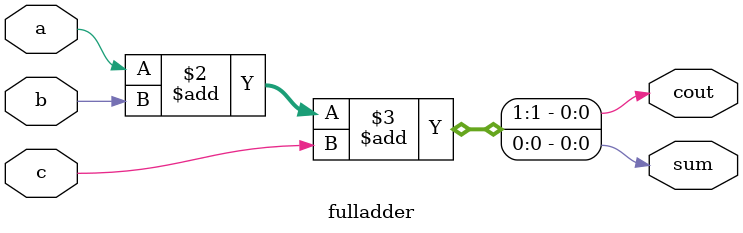
<source format=v>
module fulladder(
input a,b,c,
output reg sum,cout);

always @(a or b or c)begin   //aama "|" nai chale bcoz ee bitwise che
			     //"or" etle use karyu ke ee logical che 
	{cout,sum}=a+b+c;
end

endmodule

</source>
